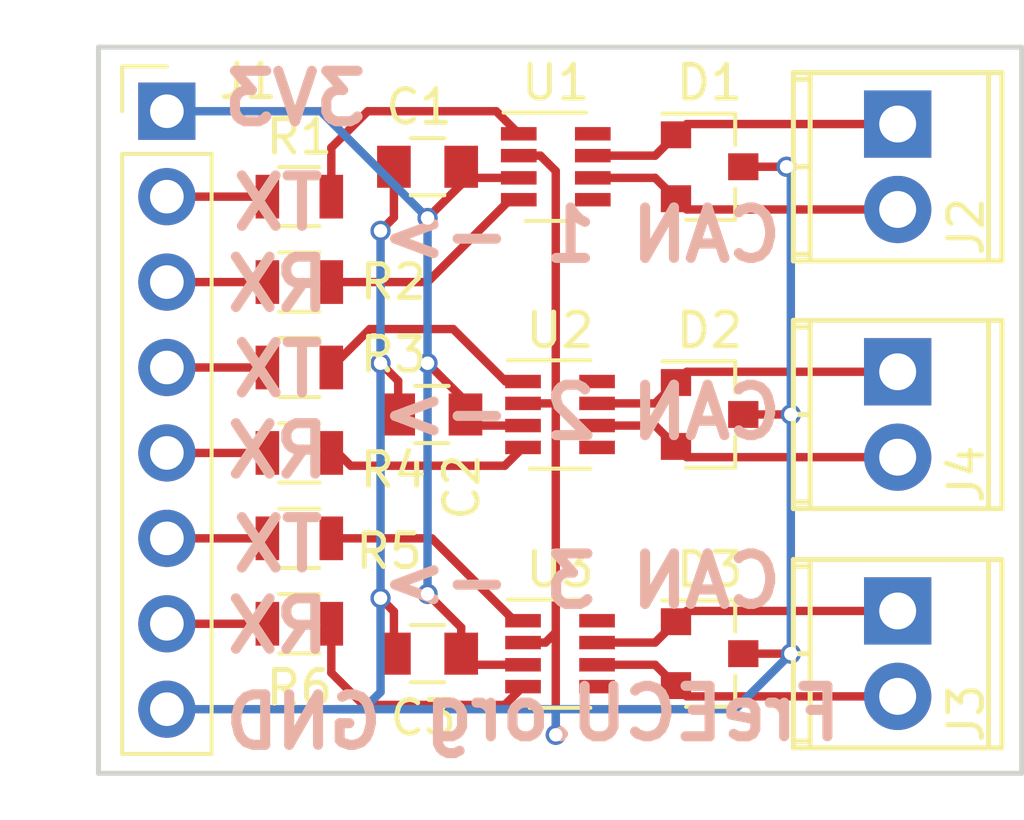
<source format=kicad_pcb>
(kicad_pcb (version 4) (host pcbnew 4.0.6)

  (general
    (links 39)
    (no_connects 0)
    (area 81.585999 91.872999 109.168001 113.613001)
    (thickness 1.6)
    (drawings 13)
    (tracks 103)
    (zones 0)
    (modules 19)
    (nets 21)
  )

  (page A4)
  (layers
    (0 F.Cu signal)
    (31 B.Cu signal)
    (32 B.Adhes user)
    (33 F.Adhes user)
    (34 B.Paste user)
    (35 F.Paste user)
    (36 B.SilkS user)
    (37 F.SilkS user)
    (38 B.Mask user)
    (39 F.Mask user)
    (40 Dwgs.User user)
    (41 Cmts.User user)
    (42 Eco1.User user)
    (43 Eco2.User user)
    (44 Edge.Cuts user)
    (45 Margin user)
    (46 B.CrtYd user)
    (47 F.CrtYd user)
    (48 B.Fab user)
    (49 F.Fab user)
  )

  (setup
    (last_trace_width 0.25)
    (trace_clearance 0.2)
    (zone_clearance 0.508)
    (zone_45_only no)
    (trace_min 0.2)
    (segment_width 0.2)
    (edge_width 0.15)
    (via_size 0.6)
    (via_drill 0.4)
    (via_min_size 0.4)
    (via_min_drill 0.3)
    (uvia_size 0.3)
    (uvia_drill 0.1)
    (uvias_allowed no)
    (uvia_min_size 0.2)
    (uvia_min_drill 0.1)
    (pcb_text_width 0.3)
    (pcb_text_size 1.5 1.5)
    (mod_edge_width 0.15)
    (mod_text_size 1 1)
    (mod_text_width 0.15)
    (pad_size 1.524 1.524)
    (pad_drill 0.762)
    (pad_to_mask_clearance 0.2)
    (aux_axis_origin 0 0)
    (visible_elements 7FFEFFFF)
    (pcbplotparams
      (layerselection 0x00030_80000001)
      (usegerberextensions false)
      (excludeedgelayer true)
      (linewidth 0.100000)
      (plotframeref false)
      (viasonmask false)
      (mode 1)
      (useauxorigin false)
      (hpglpennumber 1)
      (hpglpenspeed 20)
      (hpglpendiameter 15)
      (hpglpenoverlay 2)
      (psnegative false)
      (psa4output false)
      (plotreference true)
      (plotvalue true)
      (plotinvisibletext false)
      (padsonsilk false)
      (subtractmaskfromsilk false)
      (outputformat 1)
      (mirror false)
      (drillshape 1)
      (scaleselection 1)
      (outputdirectory ""))
  )

  (net 0 "")
  (net 1 +3V3)
  (net 2 GND)
  (net 3 "/CAN 1/CAN_H")
  (net 4 "/CAN 1/CAN_L")
  (net 5 "/CAN 2/CAN_H")
  (net 6 "/CAN 2/CAN_L")
  (net 7 "/CAN 3/CAN_H")
  (net 8 "/CAN 3/CAN_L")
  (net 9 "/CAN 1/TXD")
  (net 10 "/CAN 1/RXD")
  (net 11 "/CAN 2/TXD")
  (net 12 "/CAN 2/RXD")
  (net 13 "/CAN 3/TXD")
  (net 14 "/CAN 3/RXD")
  (net 15 "Net-(R1-Pad1)")
  (net 16 "Net-(R2-Pad1)")
  (net 17 "Net-(R3-Pad1)")
  (net 18 "Net-(R4-Pad1)")
  (net 19 "Net-(R5-Pad1)")
  (net 20 "Net-(R6-Pad1)")

  (net_class Default "This is the default net class."
    (clearance 0.2)
    (trace_width 0.25)
    (via_dia 0.6)
    (via_drill 0.4)
    (uvia_dia 0.3)
    (uvia_drill 0.1)
    (add_net +3V3)
    (add_net "/CAN 1/CAN_H")
    (add_net "/CAN 1/CAN_L")
    (add_net "/CAN 1/RXD")
    (add_net "/CAN 1/TXD")
    (add_net "/CAN 2/CAN_H")
    (add_net "/CAN 2/CAN_L")
    (add_net "/CAN 2/RXD")
    (add_net "/CAN 2/TXD")
    (add_net "/CAN 3/CAN_H")
    (add_net "/CAN 3/CAN_L")
    (add_net "/CAN 3/RXD")
    (add_net "/CAN 3/TXD")
    (add_net GND)
    (add_net "Net-(R1-Pad1)")
    (add_net "Net-(R2-Pad1)")
    (add_net "Net-(R3-Pad1)")
    (add_net "Net-(R4-Pad1)")
    (add_net "Net-(R5-Pad1)")
    (add_net "Net-(R6-Pad1)")
  )

  (module Capacitors_SMD:C_0805 (layer F.Cu) (tedit 5906AD23) (tstamp 5906A07E)
    (at 91.44 95.504 180)
    (descr "Capacitor SMD 0805, reflow soldering, AVX (see smccp.pdf)")
    (tags "capacitor 0805")
    (path /59069300/590699B0)
    (attr smd)
    (fp_text reference C1 (at 0.254 1.778 180) (layer F.SilkS)
      (effects (font (size 1 1) (thickness 0.15)))
    )
    (fp_text value 1uF (at 0 1.75 180) (layer F.Fab)
      (effects (font (size 1 1) (thickness 0.15)))
    )
    (fp_text user %R (at 0.254 1.778 180) (layer F.Fab)
      (effects (font (size 1 1) (thickness 0.15)))
    )
    (fp_line (start -1 0.62) (end -1 -0.62) (layer F.Fab) (width 0.1))
    (fp_line (start 1 0.62) (end -1 0.62) (layer F.Fab) (width 0.1))
    (fp_line (start 1 -0.62) (end 1 0.62) (layer F.Fab) (width 0.1))
    (fp_line (start -1 -0.62) (end 1 -0.62) (layer F.Fab) (width 0.1))
    (fp_line (start 0.5 -0.85) (end -0.5 -0.85) (layer F.SilkS) (width 0.12))
    (fp_line (start -0.5 0.85) (end 0.5 0.85) (layer F.SilkS) (width 0.12))
    (fp_line (start -1.75 -0.88) (end 1.75 -0.88) (layer F.CrtYd) (width 0.05))
    (fp_line (start -1.75 -0.88) (end -1.75 0.87) (layer F.CrtYd) (width 0.05))
    (fp_line (start 1.75 0.87) (end 1.75 -0.88) (layer F.CrtYd) (width 0.05))
    (fp_line (start 1.75 0.87) (end -1.75 0.87) (layer F.CrtYd) (width 0.05))
    (pad 1 smd rect (at -1 0 180) (size 1 1.25) (layers F.Cu F.Paste F.Mask)
      (net 1 +3V3))
    (pad 2 smd rect (at 1 0 180) (size 1 1.25) (layers F.Cu F.Paste F.Mask)
      (net 2 GND))
    (model Capacitors_SMD.3dshapes/C_0805.wrl
      (at (xyz 0 0 0))
      (scale (xyz 1 1 1))
      (rotate (xyz 0 0 0))
    )
  )

  (module Capacitors_SMD:C_0805 (layer F.Cu) (tedit 5906AD17) (tstamp 5906A08F)
    (at 91.567 102.87 180)
    (descr "Capacitor SMD 0805, reflow soldering, AVX (see smccp.pdf)")
    (tags "capacitor 0805")
    (path /5906A305/590699B0)
    (attr smd)
    (fp_text reference C2 (at -0.889 -2.159 270) (layer F.SilkS)
      (effects (font (size 1 1) (thickness 0.15)))
    )
    (fp_text value 1uF (at 0 1.75 180) (layer F.Fab)
      (effects (font (size 1 1) (thickness 0.15)))
    )
    (fp_text user %R (at -0.889 -2.159 270) (layer F.Fab)
      (effects (font (size 1 1) (thickness 0.15)))
    )
    (fp_line (start -1 0.62) (end -1 -0.62) (layer F.Fab) (width 0.1))
    (fp_line (start 1 0.62) (end -1 0.62) (layer F.Fab) (width 0.1))
    (fp_line (start 1 -0.62) (end 1 0.62) (layer F.Fab) (width 0.1))
    (fp_line (start -1 -0.62) (end 1 -0.62) (layer F.Fab) (width 0.1))
    (fp_line (start 0.5 -0.85) (end -0.5 -0.85) (layer F.SilkS) (width 0.12))
    (fp_line (start -0.5 0.85) (end 0.5 0.85) (layer F.SilkS) (width 0.12))
    (fp_line (start -1.75 -0.88) (end 1.75 -0.88) (layer F.CrtYd) (width 0.05))
    (fp_line (start -1.75 -0.88) (end -1.75 0.87) (layer F.CrtYd) (width 0.05))
    (fp_line (start 1.75 0.87) (end 1.75 -0.88) (layer F.CrtYd) (width 0.05))
    (fp_line (start 1.75 0.87) (end -1.75 0.87) (layer F.CrtYd) (width 0.05))
    (pad 1 smd rect (at -1 0 180) (size 1 1.25) (layers F.Cu F.Paste F.Mask)
      (net 1 +3V3))
    (pad 2 smd rect (at 1 0 180) (size 1 1.25) (layers F.Cu F.Paste F.Mask)
      (net 2 GND))
    (model Capacitors_SMD.3dshapes/C_0805.wrl
      (at (xyz 0 0 0))
      (scale (xyz 1 1 1))
      (rotate (xyz 0 0 0))
    )
  )

  (module Capacitors_SMD:C_0805 (layer F.Cu) (tedit 5906AD2E) (tstamp 5906A0A0)
    (at 91.44 109.982 180)
    (descr "Capacitor SMD 0805, reflow soldering, AVX (see smccp.pdf)")
    (tags "capacitor 0805")
    (path /5906A3CE/590699B0)
    (attr smd)
    (fp_text reference C3 (at 0.127 -1.905 180) (layer F.SilkS)
      (effects (font (size 1 1) (thickness 0.15)))
    )
    (fp_text value 1uF (at 0 1.75 180) (layer F.Fab)
      (effects (font (size 1 1) (thickness 0.15)))
    )
    (fp_text user %R (at 0.127 -1.905 180) (layer F.Fab)
      (effects (font (size 1 1) (thickness 0.15)))
    )
    (fp_line (start -1 0.62) (end -1 -0.62) (layer F.Fab) (width 0.1))
    (fp_line (start 1 0.62) (end -1 0.62) (layer F.Fab) (width 0.1))
    (fp_line (start 1 -0.62) (end 1 0.62) (layer F.Fab) (width 0.1))
    (fp_line (start -1 -0.62) (end 1 -0.62) (layer F.Fab) (width 0.1))
    (fp_line (start 0.5 -0.85) (end -0.5 -0.85) (layer F.SilkS) (width 0.12))
    (fp_line (start -0.5 0.85) (end 0.5 0.85) (layer F.SilkS) (width 0.12))
    (fp_line (start -1.75 -0.88) (end 1.75 -0.88) (layer F.CrtYd) (width 0.05))
    (fp_line (start -1.75 -0.88) (end -1.75 0.87) (layer F.CrtYd) (width 0.05))
    (fp_line (start 1.75 0.87) (end 1.75 -0.88) (layer F.CrtYd) (width 0.05))
    (fp_line (start 1.75 0.87) (end -1.75 0.87) (layer F.CrtYd) (width 0.05))
    (pad 1 smd rect (at -1 0 180) (size 1 1.25) (layers F.Cu F.Paste F.Mask)
      (net 1 +3V3))
    (pad 2 smd rect (at 1 0 180) (size 1 1.25) (layers F.Cu F.Paste F.Mask)
      (net 2 GND))
    (model Capacitors_SMD.3dshapes/C_0805.wrl
      (at (xyz 0 0 0))
      (scale (xyz 1 1 1))
      (rotate (xyz 0 0 0))
    )
  )

  (module TO_SOT_Packages_SMD:SOT-23 (layer F.Cu) (tedit 58CE4E7E) (tstamp 5906A0B5)
    (at 99.822 95.504)
    (descr "SOT-23, Standard")
    (tags SOT-23)
    (path /59069300/59069837)
    (attr smd)
    (fp_text reference D1 (at 0 -2.5) (layer F.SilkS)
      (effects (font (size 1 1) (thickness 0.15)))
    )
    (fp_text value PESD2CAN (at 0 2.5) (layer F.Fab)
      (effects (font (size 1 1) (thickness 0.15)))
    )
    (fp_text user %R (at 0 0) (layer F.Fab)
      (effects (font (size 0.5 0.5) (thickness 0.075)))
    )
    (fp_line (start -0.7 -0.95) (end -0.7 1.5) (layer F.Fab) (width 0.1))
    (fp_line (start -0.15 -1.52) (end 0.7 -1.52) (layer F.Fab) (width 0.1))
    (fp_line (start -0.7 -0.95) (end -0.15 -1.52) (layer F.Fab) (width 0.1))
    (fp_line (start 0.7 -1.52) (end 0.7 1.52) (layer F.Fab) (width 0.1))
    (fp_line (start -0.7 1.52) (end 0.7 1.52) (layer F.Fab) (width 0.1))
    (fp_line (start 0.76 1.58) (end 0.76 0.65) (layer F.SilkS) (width 0.12))
    (fp_line (start 0.76 -1.58) (end 0.76 -0.65) (layer F.SilkS) (width 0.12))
    (fp_line (start -1.7 -1.75) (end 1.7 -1.75) (layer F.CrtYd) (width 0.05))
    (fp_line (start 1.7 -1.75) (end 1.7 1.75) (layer F.CrtYd) (width 0.05))
    (fp_line (start 1.7 1.75) (end -1.7 1.75) (layer F.CrtYd) (width 0.05))
    (fp_line (start -1.7 1.75) (end -1.7 -1.75) (layer F.CrtYd) (width 0.05))
    (fp_line (start 0.76 -1.58) (end -1.4 -1.58) (layer F.SilkS) (width 0.12))
    (fp_line (start 0.76 1.58) (end -0.7 1.58) (layer F.SilkS) (width 0.12))
    (pad 1 smd rect (at -1 -0.95) (size 0.9 0.8) (layers F.Cu F.Paste F.Mask)
      (net 3 "/CAN 1/CAN_H"))
    (pad 2 smd rect (at -1 0.95) (size 0.9 0.8) (layers F.Cu F.Paste F.Mask)
      (net 4 "/CAN 1/CAN_L"))
    (pad 3 smd rect (at 1 0) (size 0.9 0.8) (layers F.Cu F.Paste F.Mask)
      (net 2 GND))
    (model ${KISYS3DMOD}/TO_SOT_Packages_SMD.3dshapes/SOT-23.wrl
      (at (xyz 0 0 0))
      (scale (xyz 1 1 1))
      (rotate (xyz 0 0 0))
    )
  )

  (module TO_SOT_Packages_SMD:SOT-23 (layer F.Cu) (tedit 58CE4E7E) (tstamp 5906A0CA)
    (at 99.822 102.87)
    (descr "SOT-23, Standard")
    (tags SOT-23)
    (path /5906A305/59069837)
    (attr smd)
    (fp_text reference D2 (at 0 -2.5) (layer F.SilkS)
      (effects (font (size 1 1) (thickness 0.15)))
    )
    (fp_text value PESD2CAN (at 0 2.5) (layer F.Fab)
      (effects (font (size 1 1) (thickness 0.15)))
    )
    (fp_text user %R (at 0 0) (layer F.Fab)
      (effects (font (size 0.5 0.5) (thickness 0.075)))
    )
    (fp_line (start -0.7 -0.95) (end -0.7 1.5) (layer F.Fab) (width 0.1))
    (fp_line (start -0.15 -1.52) (end 0.7 -1.52) (layer F.Fab) (width 0.1))
    (fp_line (start -0.7 -0.95) (end -0.15 -1.52) (layer F.Fab) (width 0.1))
    (fp_line (start 0.7 -1.52) (end 0.7 1.52) (layer F.Fab) (width 0.1))
    (fp_line (start -0.7 1.52) (end 0.7 1.52) (layer F.Fab) (width 0.1))
    (fp_line (start 0.76 1.58) (end 0.76 0.65) (layer F.SilkS) (width 0.12))
    (fp_line (start 0.76 -1.58) (end 0.76 -0.65) (layer F.SilkS) (width 0.12))
    (fp_line (start -1.7 -1.75) (end 1.7 -1.75) (layer F.CrtYd) (width 0.05))
    (fp_line (start 1.7 -1.75) (end 1.7 1.75) (layer F.CrtYd) (width 0.05))
    (fp_line (start 1.7 1.75) (end -1.7 1.75) (layer F.CrtYd) (width 0.05))
    (fp_line (start -1.7 1.75) (end -1.7 -1.75) (layer F.CrtYd) (width 0.05))
    (fp_line (start 0.76 -1.58) (end -1.4 -1.58) (layer F.SilkS) (width 0.12))
    (fp_line (start 0.76 1.58) (end -0.7 1.58) (layer F.SilkS) (width 0.12))
    (pad 1 smd rect (at -1 -0.95) (size 0.9 0.8) (layers F.Cu F.Paste F.Mask)
      (net 5 "/CAN 2/CAN_H"))
    (pad 2 smd rect (at -1 0.95) (size 0.9 0.8) (layers F.Cu F.Paste F.Mask)
      (net 6 "/CAN 2/CAN_L"))
    (pad 3 smd rect (at 1 0) (size 0.9 0.8) (layers F.Cu F.Paste F.Mask)
      (net 2 GND))
    (model ${KISYS3DMOD}/TO_SOT_Packages_SMD.3dshapes/SOT-23.wrl
      (at (xyz 0 0 0))
      (scale (xyz 1 1 1))
      (rotate (xyz 0 0 0))
    )
  )

  (module TO_SOT_Packages_SMD:SOT-23 (layer F.Cu) (tedit 58CE4E7E) (tstamp 5906A0DF)
    (at 99.822 109.982)
    (descr "SOT-23, Standard")
    (tags SOT-23)
    (path /5906A3CE/59069837)
    (attr smd)
    (fp_text reference D3 (at 0 -2.5) (layer F.SilkS)
      (effects (font (size 1 1) (thickness 0.15)))
    )
    (fp_text value PESD2CAN (at 0 2.5) (layer F.Fab)
      (effects (font (size 1 1) (thickness 0.15)))
    )
    (fp_text user %R (at 0 0) (layer F.Fab)
      (effects (font (size 0.5 0.5) (thickness 0.075)))
    )
    (fp_line (start -0.7 -0.95) (end -0.7 1.5) (layer F.Fab) (width 0.1))
    (fp_line (start -0.15 -1.52) (end 0.7 -1.52) (layer F.Fab) (width 0.1))
    (fp_line (start -0.7 -0.95) (end -0.15 -1.52) (layer F.Fab) (width 0.1))
    (fp_line (start 0.7 -1.52) (end 0.7 1.52) (layer F.Fab) (width 0.1))
    (fp_line (start -0.7 1.52) (end 0.7 1.52) (layer F.Fab) (width 0.1))
    (fp_line (start 0.76 1.58) (end 0.76 0.65) (layer F.SilkS) (width 0.12))
    (fp_line (start 0.76 -1.58) (end 0.76 -0.65) (layer F.SilkS) (width 0.12))
    (fp_line (start -1.7 -1.75) (end 1.7 -1.75) (layer F.CrtYd) (width 0.05))
    (fp_line (start 1.7 -1.75) (end 1.7 1.75) (layer F.CrtYd) (width 0.05))
    (fp_line (start 1.7 1.75) (end -1.7 1.75) (layer F.CrtYd) (width 0.05))
    (fp_line (start -1.7 1.75) (end -1.7 -1.75) (layer F.CrtYd) (width 0.05))
    (fp_line (start 0.76 -1.58) (end -1.4 -1.58) (layer F.SilkS) (width 0.12))
    (fp_line (start 0.76 1.58) (end -0.7 1.58) (layer F.SilkS) (width 0.12))
    (pad 1 smd rect (at -1 -0.95) (size 0.9 0.8) (layers F.Cu F.Paste F.Mask)
      (net 7 "/CAN 3/CAN_H"))
    (pad 2 smd rect (at -1 0.95) (size 0.9 0.8) (layers F.Cu F.Paste F.Mask)
      (net 8 "/CAN 3/CAN_L"))
    (pad 3 smd rect (at 1 0) (size 0.9 0.8) (layers F.Cu F.Paste F.Mask)
      (net 2 GND))
    (model ${KISYS3DMOD}/TO_SOT_Packages_SMD.3dshapes/SOT-23.wrl
      (at (xyz 0 0 0))
      (scale (xyz 1 1 1))
      (rotate (xyz 0 0 0))
    )
  )

  (module Pin_Headers:Pin_Header_Straight_1x08_Pitch2.54mm (layer F.Cu) (tedit 5906B1CD) (tstamp 5906A0FA)
    (at 83.693 93.853)
    (descr "Through hole straight pin header, 1x08, 2.54mm pitch, single row")
    (tags "Through hole pin header THT 1x08 2.54mm single row")
    (path /5906FCA3)
    (fp_text reference J1 (at 2.413 -0.889) (layer F.SilkS)
      (effects (font (size 1 1) (thickness 0.15)))
    )
    (fp_text value CONN_01X08 (at 0 20.11) (layer F.Fab)
      (effects (font (size 1 1) (thickness 0.15)))
    )
    (fp_line (start -1.27 -1.27) (end -1.27 19.05) (layer F.Fab) (width 0.1))
    (fp_line (start -1.27 19.05) (end 1.27 19.05) (layer F.Fab) (width 0.1))
    (fp_line (start 1.27 19.05) (end 1.27 -1.27) (layer F.Fab) (width 0.1))
    (fp_line (start 1.27 -1.27) (end -1.27 -1.27) (layer F.Fab) (width 0.1))
    (fp_line (start -1.33 1.27) (end -1.33 19.11) (layer F.SilkS) (width 0.12))
    (fp_line (start -1.33 19.11) (end 1.33 19.11) (layer F.SilkS) (width 0.12))
    (fp_line (start 1.33 19.11) (end 1.33 1.27) (layer F.SilkS) (width 0.12))
    (fp_line (start 1.33 1.27) (end -1.33 1.27) (layer F.SilkS) (width 0.12))
    (fp_line (start -1.33 0) (end -1.33 -1.33) (layer F.SilkS) (width 0.12))
    (fp_line (start -1.33 -1.33) (end 0 -1.33) (layer F.SilkS) (width 0.12))
    (fp_line (start -1.8 -1.8) (end -1.8 19.55) (layer F.CrtYd) (width 0.05))
    (fp_line (start -1.8 19.55) (end 1.8 19.55) (layer F.CrtYd) (width 0.05))
    (fp_line (start 1.8 19.55) (end 1.8 -1.8) (layer F.CrtYd) (width 0.05))
    (fp_line (start 1.8 -1.8) (end -1.8 -1.8) (layer F.CrtYd) (width 0.05))
    (fp_text user %R (at 0 -2.33) (layer F.Fab)
      (effects (font (size 1 1) (thickness 0.15)))
    )
    (pad 1 thru_hole rect (at 0 0) (size 1.7 1.7) (drill 1) (layers *.Cu *.Mask)
      (net 1 +3V3))
    (pad 2 thru_hole oval (at 0 2.54) (size 1.7 1.7) (drill 1) (layers *.Cu *.Mask)
      (net 9 "/CAN 1/TXD"))
    (pad 3 thru_hole oval (at 0 5.08) (size 1.7 1.7) (drill 1) (layers *.Cu *.Mask)
      (net 10 "/CAN 1/RXD"))
    (pad 4 thru_hole oval (at 0 7.62) (size 1.7 1.7) (drill 1) (layers *.Cu *.Mask)
      (net 11 "/CAN 2/TXD"))
    (pad 5 thru_hole oval (at 0 10.16) (size 1.7 1.7) (drill 1) (layers *.Cu *.Mask)
      (net 12 "/CAN 2/RXD"))
    (pad 6 thru_hole oval (at 0 12.7) (size 1.7 1.7) (drill 1) (layers *.Cu *.Mask)
      (net 13 "/CAN 3/TXD"))
    (pad 7 thru_hole oval (at 0 15.24) (size 1.7 1.7) (drill 1) (layers *.Cu *.Mask)
      (net 14 "/CAN 3/RXD"))
    (pad 8 thru_hole oval (at 0 17.78) (size 1.7 1.7) (drill 1) (layers *.Cu *.Mask)
      (net 2 GND))
    (model ${KISYS3DMOD}/Pin_Headers.3dshapes/Pin_Header_Straight_1x08_Pitch2.54mm.wrl
      (at (xyz 0 -0.35 0))
      (scale (xyz 1 1 1))
      (rotate (xyz 0 0 90))
    )
  )

  (module Terminal_Blocks:TerminalBlock_Pheonix_MPT-2.54mm_2pol (layer F.Cu) (tedit 5906AB6D) (tstamp 5906A10D)
    (at 105.41 94.234 270)
    (descr "2-way 2.54mm pitch terminal block, Phoenix MPT series")
    (path /5906C69B)
    (fp_text reference J2 (at 3.048 -2.032 270) (layer F.SilkS)
      (effects (font (size 1 1) (thickness 0.15)))
    )
    (fp_text value CONN_01X02 (at 1.27 4.50088 270) (layer F.Fab)
      (effects (font (size 1 1) (thickness 0.15)))
    )
    (fp_line (start -1.7 -3.3) (end 4.3 -3.3) (layer F.CrtYd) (width 0.05))
    (fp_line (start -1.7 3.3) (end -1.7 -3.3) (layer F.CrtYd) (width 0.05))
    (fp_line (start 4.3 3.3) (end -1.7 3.3) (layer F.CrtYd) (width 0.05))
    (fp_line (start 4.3 -3.3) (end 4.3 3.3) (layer F.CrtYd) (width 0.05))
    (fp_line (start 4.06908 2.60096) (end -1.52908 2.60096) (layer F.SilkS) (width 0.15))
    (fp_line (start -1.33096 3.0988) (end -1.33096 2.60096) (layer F.SilkS) (width 0.15))
    (fp_line (start 3.87096 2.60096) (end 3.87096 3.0988) (layer F.SilkS) (width 0.15))
    (fp_line (start 1.27 3.0988) (end 1.27 2.60096) (layer F.SilkS) (width 0.15))
    (fp_line (start -1.52908 -2.70002) (end 4.06908 -2.70002) (layer F.SilkS) (width 0.15))
    (fp_line (start -1.52908 3.0988) (end 4.06908 3.0988) (layer F.SilkS) (width 0.15))
    (fp_line (start 4.06908 3.0988) (end 4.06908 -3.0988) (layer F.SilkS) (width 0.15))
    (fp_line (start 4.06908 -3.0988) (end -1.52908 -3.0988) (layer F.SilkS) (width 0.15))
    (fp_line (start -1.52908 -3.0988) (end -1.52908 3.0988) (layer F.SilkS) (width 0.15))
    (pad 2 thru_hole oval (at 2.54 0 270) (size 1.99898 1.99898) (drill 1.09728) (layers *.Cu *.Mask)
      (net 4 "/CAN 1/CAN_L"))
    (pad 1 thru_hole rect (at 0 0 270) (size 1.99898 1.99898) (drill 1.09728) (layers *.Cu *.Mask)
      (net 3 "/CAN 1/CAN_H"))
    (model Terminal_Blocks.3dshapes/TerminalBlock_Pheonix_MPT-2.54mm_2pol.wrl
      (at (xyz 0.05 0 0))
      (scale (xyz 1 1 1))
      (rotate (xyz 0 0 0))
    )
  )

  (module Terminal_Blocks:TerminalBlock_Pheonix_MPT-2.54mm_2pol (layer F.Cu) (tedit 5906AB60) (tstamp 5906A120)
    (at 105.41 108.712 270)
    (descr "2-way 2.54mm pitch terminal block, Phoenix MPT series")
    (path /5906C9EB)
    (fp_text reference J3 (at 3.048 -2.032 270) (layer F.SilkS)
      (effects (font (size 1 1) (thickness 0.15)))
    )
    (fp_text value CONN_01X02 (at 1.27 4.50088 270) (layer F.Fab)
      (effects (font (size 1 1) (thickness 0.15)))
    )
    (fp_line (start -1.7 -3.3) (end 4.3 -3.3) (layer F.CrtYd) (width 0.05))
    (fp_line (start -1.7 3.3) (end -1.7 -3.3) (layer F.CrtYd) (width 0.05))
    (fp_line (start 4.3 3.3) (end -1.7 3.3) (layer F.CrtYd) (width 0.05))
    (fp_line (start 4.3 -3.3) (end 4.3 3.3) (layer F.CrtYd) (width 0.05))
    (fp_line (start 4.06908 2.60096) (end -1.52908 2.60096) (layer F.SilkS) (width 0.15))
    (fp_line (start -1.33096 3.0988) (end -1.33096 2.60096) (layer F.SilkS) (width 0.15))
    (fp_line (start 3.87096 2.60096) (end 3.87096 3.0988) (layer F.SilkS) (width 0.15))
    (fp_line (start 1.27 3.0988) (end 1.27 2.60096) (layer F.SilkS) (width 0.15))
    (fp_line (start -1.52908 -2.70002) (end 4.06908 -2.70002) (layer F.SilkS) (width 0.15))
    (fp_line (start -1.52908 3.0988) (end 4.06908 3.0988) (layer F.SilkS) (width 0.15))
    (fp_line (start 4.06908 3.0988) (end 4.06908 -3.0988) (layer F.SilkS) (width 0.15))
    (fp_line (start 4.06908 -3.0988) (end -1.52908 -3.0988) (layer F.SilkS) (width 0.15))
    (fp_line (start -1.52908 -3.0988) (end -1.52908 3.0988) (layer F.SilkS) (width 0.15))
    (pad 2 thru_hole oval (at 2.54 0 270) (size 1.99898 1.99898) (drill 1.09728) (layers *.Cu *.Mask)
      (net 8 "/CAN 3/CAN_L"))
    (pad 1 thru_hole rect (at 0 0 270) (size 1.99898 1.99898) (drill 1.09728) (layers *.Cu *.Mask)
      (net 7 "/CAN 3/CAN_H"))
    (model Terminal_Blocks.3dshapes/TerminalBlock_Pheonix_MPT-2.54mm_2pol.wrl
      (at (xyz 0.05 0 0))
      (scale (xyz 1 1 1))
      (rotate (xyz 0 0 0))
    )
  )

  (module Terminal_Blocks:TerminalBlock_Pheonix_MPT-2.54mm_2pol (layer F.Cu) (tedit 5906AB65) (tstamp 5906A133)
    (at 105.41 101.6 270)
    (descr "2-way 2.54mm pitch terminal block, Phoenix MPT series")
    (path /5906C914)
    (fp_text reference J4 (at 3.048 -2.032 270) (layer F.SilkS)
      (effects (font (size 1 1) (thickness 0.15)))
    )
    (fp_text value CONN_01X02 (at 1.27 4.50088 270) (layer F.Fab)
      (effects (font (size 1 1) (thickness 0.15)))
    )
    (fp_line (start -1.7 -3.3) (end 4.3 -3.3) (layer F.CrtYd) (width 0.05))
    (fp_line (start -1.7 3.3) (end -1.7 -3.3) (layer F.CrtYd) (width 0.05))
    (fp_line (start 4.3 3.3) (end -1.7 3.3) (layer F.CrtYd) (width 0.05))
    (fp_line (start 4.3 -3.3) (end 4.3 3.3) (layer F.CrtYd) (width 0.05))
    (fp_line (start 4.06908 2.60096) (end -1.52908 2.60096) (layer F.SilkS) (width 0.15))
    (fp_line (start -1.33096 3.0988) (end -1.33096 2.60096) (layer F.SilkS) (width 0.15))
    (fp_line (start 3.87096 2.60096) (end 3.87096 3.0988) (layer F.SilkS) (width 0.15))
    (fp_line (start 1.27 3.0988) (end 1.27 2.60096) (layer F.SilkS) (width 0.15))
    (fp_line (start -1.52908 -2.70002) (end 4.06908 -2.70002) (layer F.SilkS) (width 0.15))
    (fp_line (start -1.52908 3.0988) (end 4.06908 3.0988) (layer F.SilkS) (width 0.15))
    (fp_line (start 4.06908 3.0988) (end 4.06908 -3.0988) (layer F.SilkS) (width 0.15))
    (fp_line (start 4.06908 -3.0988) (end -1.52908 -3.0988) (layer F.SilkS) (width 0.15))
    (fp_line (start -1.52908 -3.0988) (end -1.52908 3.0988) (layer F.SilkS) (width 0.15))
    (pad 2 thru_hole oval (at 2.54 0 270) (size 1.99898 1.99898) (drill 1.09728) (layers *.Cu *.Mask)
      (net 6 "/CAN 2/CAN_L"))
    (pad 1 thru_hole rect (at 0 0 270) (size 1.99898 1.99898) (drill 1.09728) (layers *.Cu *.Mask)
      (net 5 "/CAN 2/CAN_H"))
    (model Terminal_Blocks.3dshapes/TerminalBlock_Pheonix_MPT-2.54mm_2pol.wrl
      (at (xyz 0.05 0 0))
      (scale (xyz 1 1 1))
      (rotate (xyz 0 0 0))
    )
  )

  (module Resistors_SMD:R_0805 (layer F.Cu) (tedit 5906AD05) (tstamp 5906A144)
    (at 87.63 96.393 180)
    (descr "Resistor SMD 0805, reflow soldering, Vishay (see dcrcw.pdf)")
    (tags "resistor 0805")
    (path /59069300/5906949F)
    (attr smd)
    (fp_text reference R1 (at 0 1.778 180) (layer F.SilkS)
      (effects (font (size 1 1) (thickness 0.15)))
    )
    (fp_text value 0R (at 0 1.75 180) (layer F.Fab)
      (effects (font (size 1 1) (thickness 0.15)))
    )
    (fp_text user %R (at 0 0 180) (layer F.Fab)
      (effects (font (size 0.5 0.5) (thickness 0.075)))
    )
    (fp_line (start -1 0.62) (end -1 -0.62) (layer F.Fab) (width 0.1))
    (fp_line (start 1 0.62) (end -1 0.62) (layer F.Fab) (width 0.1))
    (fp_line (start 1 -0.62) (end 1 0.62) (layer F.Fab) (width 0.1))
    (fp_line (start -1 -0.62) (end 1 -0.62) (layer F.Fab) (width 0.1))
    (fp_line (start 0.6 0.88) (end -0.6 0.88) (layer F.SilkS) (width 0.12))
    (fp_line (start -0.6 -0.88) (end 0.6 -0.88) (layer F.SilkS) (width 0.12))
    (fp_line (start -1.55 -0.9) (end 1.55 -0.9) (layer F.CrtYd) (width 0.05))
    (fp_line (start -1.55 -0.9) (end -1.55 0.9) (layer F.CrtYd) (width 0.05))
    (fp_line (start 1.55 0.9) (end 1.55 -0.9) (layer F.CrtYd) (width 0.05))
    (fp_line (start 1.55 0.9) (end -1.55 0.9) (layer F.CrtYd) (width 0.05))
    (pad 1 smd rect (at -0.95 0 180) (size 0.7 1.3) (layers F.Cu F.Paste F.Mask)
      (net 15 "Net-(R1-Pad1)"))
    (pad 2 smd rect (at 0.95 0 180) (size 0.7 1.3) (layers F.Cu F.Paste F.Mask)
      (net 9 "/CAN 1/TXD"))
    (model ${KISYS3DMOD}/Resistors_SMD.3dshapes/R_0805.wrl
      (at (xyz 0 0 0))
      (scale (xyz 1 1 1))
      (rotate (xyz 0 0 0))
    )
  )

  (module Resistors_SMD:R_0805 (layer F.Cu) (tedit 5906A8B9) (tstamp 5906A155)
    (at 87.63 98.933 180)
    (descr "Resistor SMD 0805, reflow soldering, Vishay (see dcrcw.pdf)")
    (tags "resistor 0805")
    (path /59069300/590694F8)
    (attr smd)
    (fp_text reference R2 (at -2.794 0 180) (layer F.SilkS)
      (effects (font (size 1 1) (thickness 0.15)))
    )
    (fp_text value 0R (at 0 1.75 180) (layer F.Fab)
      (effects (font (size 1 1) (thickness 0.15)))
    )
    (fp_text user %R (at 0 0 180) (layer F.Fab)
      (effects (font (size 0.5 0.5) (thickness 0.075)))
    )
    (fp_line (start -1 0.62) (end -1 -0.62) (layer F.Fab) (width 0.1))
    (fp_line (start 1 0.62) (end -1 0.62) (layer F.Fab) (width 0.1))
    (fp_line (start 1 -0.62) (end 1 0.62) (layer F.Fab) (width 0.1))
    (fp_line (start -1 -0.62) (end 1 -0.62) (layer F.Fab) (width 0.1))
    (fp_line (start 0.6 0.88) (end -0.6 0.88) (layer F.SilkS) (width 0.12))
    (fp_line (start -0.6 -0.88) (end 0.6 -0.88) (layer F.SilkS) (width 0.12))
    (fp_line (start -1.55 -0.9) (end 1.55 -0.9) (layer F.CrtYd) (width 0.05))
    (fp_line (start -1.55 -0.9) (end -1.55 0.9) (layer F.CrtYd) (width 0.05))
    (fp_line (start 1.55 0.9) (end 1.55 -0.9) (layer F.CrtYd) (width 0.05))
    (fp_line (start 1.55 0.9) (end -1.55 0.9) (layer F.CrtYd) (width 0.05))
    (pad 1 smd rect (at -0.95 0 180) (size 0.7 1.3) (layers F.Cu F.Paste F.Mask)
      (net 16 "Net-(R2-Pad1)"))
    (pad 2 smd rect (at 0.95 0 180) (size 0.7 1.3) (layers F.Cu F.Paste F.Mask)
      (net 10 "/CAN 1/RXD"))
    (model ${KISYS3DMOD}/Resistors_SMD.3dshapes/R_0805.wrl
      (at (xyz 0 0 0))
      (scale (xyz 1 1 1))
      (rotate (xyz 0 0 0))
    )
  )

  (module Resistors_SMD:R_0805 (layer F.Cu) (tedit 5906ACFF) (tstamp 5906A166)
    (at 87.63 101.473 180)
    (descr "Resistor SMD 0805, reflow soldering, Vishay (see dcrcw.pdf)")
    (tags "resistor 0805")
    (path /5906A305/5906949F)
    (attr smd)
    (fp_text reference R3 (at -2.794 0.381 180) (layer F.SilkS)
      (effects (font (size 1 1) (thickness 0.15)))
    )
    (fp_text value 0R (at 0 1.75 180) (layer F.Fab)
      (effects (font (size 1 1) (thickness 0.15)))
    )
    (fp_text user %R (at 0 0 180) (layer F.Fab)
      (effects (font (size 0.5 0.5) (thickness 0.075)))
    )
    (fp_line (start -1 0.62) (end -1 -0.62) (layer F.Fab) (width 0.1))
    (fp_line (start 1 0.62) (end -1 0.62) (layer F.Fab) (width 0.1))
    (fp_line (start 1 -0.62) (end 1 0.62) (layer F.Fab) (width 0.1))
    (fp_line (start -1 -0.62) (end 1 -0.62) (layer F.Fab) (width 0.1))
    (fp_line (start 0.6 0.88) (end -0.6 0.88) (layer F.SilkS) (width 0.12))
    (fp_line (start -0.6 -0.88) (end 0.6 -0.88) (layer F.SilkS) (width 0.12))
    (fp_line (start -1.55 -0.9) (end 1.55 -0.9) (layer F.CrtYd) (width 0.05))
    (fp_line (start -1.55 -0.9) (end -1.55 0.9) (layer F.CrtYd) (width 0.05))
    (fp_line (start 1.55 0.9) (end 1.55 -0.9) (layer F.CrtYd) (width 0.05))
    (fp_line (start 1.55 0.9) (end -1.55 0.9) (layer F.CrtYd) (width 0.05))
    (pad 1 smd rect (at -0.95 0 180) (size 0.7 1.3) (layers F.Cu F.Paste F.Mask)
      (net 17 "Net-(R3-Pad1)"))
    (pad 2 smd rect (at 0.95 0 180) (size 0.7 1.3) (layers F.Cu F.Paste F.Mask)
      (net 11 "/CAN 2/TXD"))
    (model ${KISYS3DMOD}/Resistors_SMD.3dshapes/R_0805.wrl
      (at (xyz 0 0 0))
      (scale (xyz 1 1 1))
      (rotate (xyz 0 0 0))
    )
  )

  (module Resistors_SMD:R_0805 (layer F.Cu) (tedit 5906ACF9) (tstamp 5906A177)
    (at 87.63 104.013 180)
    (descr "Resistor SMD 0805, reflow soldering, Vishay (see dcrcw.pdf)")
    (tags "resistor 0805")
    (path /5906A305/590694F8)
    (attr smd)
    (fp_text reference R4 (at -2.794 -0.508 180) (layer F.SilkS)
      (effects (font (size 1 1) (thickness 0.15)))
    )
    (fp_text value 0R (at 0 1.75 180) (layer F.Fab)
      (effects (font (size 1 1) (thickness 0.15)))
    )
    (fp_text user %R (at 0 0 180) (layer F.Fab)
      (effects (font (size 0.5 0.5) (thickness 0.075)))
    )
    (fp_line (start -1 0.62) (end -1 -0.62) (layer F.Fab) (width 0.1))
    (fp_line (start 1 0.62) (end -1 0.62) (layer F.Fab) (width 0.1))
    (fp_line (start 1 -0.62) (end 1 0.62) (layer F.Fab) (width 0.1))
    (fp_line (start -1 -0.62) (end 1 -0.62) (layer F.Fab) (width 0.1))
    (fp_line (start 0.6 0.88) (end -0.6 0.88) (layer F.SilkS) (width 0.12))
    (fp_line (start -0.6 -0.88) (end 0.6 -0.88) (layer F.SilkS) (width 0.12))
    (fp_line (start -1.55 -0.9) (end 1.55 -0.9) (layer F.CrtYd) (width 0.05))
    (fp_line (start -1.55 -0.9) (end -1.55 0.9) (layer F.CrtYd) (width 0.05))
    (fp_line (start 1.55 0.9) (end 1.55 -0.9) (layer F.CrtYd) (width 0.05))
    (fp_line (start 1.55 0.9) (end -1.55 0.9) (layer F.CrtYd) (width 0.05))
    (pad 1 smd rect (at -0.95 0 180) (size 0.7 1.3) (layers F.Cu F.Paste F.Mask)
      (net 18 "Net-(R4-Pad1)"))
    (pad 2 smd rect (at 0.95 0 180) (size 0.7 1.3) (layers F.Cu F.Paste F.Mask)
      (net 12 "/CAN 2/RXD"))
    (model ${KISYS3DMOD}/Resistors_SMD.3dshapes/R_0805.wrl
      (at (xyz 0 0 0))
      (scale (xyz 1 1 1))
      (rotate (xyz 0 0 0))
    )
  )

  (module Resistors_SMD:R_0805 (layer F.Cu) (tedit 5906ACF4) (tstamp 5906A188)
    (at 87.63 106.553 180)
    (descr "Resistor SMD 0805, reflow soldering, Vishay (see dcrcw.pdf)")
    (tags "resistor 0805")
    (path /5906A3CE/5906949F)
    (attr smd)
    (fp_text reference R5 (at -2.667 -0.381 180) (layer F.SilkS)
      (effects (font (size 1 1) (thickness 0.15)))
    )
    (fp_text value 0R (at 0 1.75 180) (layer F.Fab)
      (effects (font (size 1 1) (thickness 0.15)))
    )
    (fp_text user %R (at 0 0 180) (layer F.Fab)
      (effects (font (size 0.5 0.5) (thickness 0.075)))
    )
    (fp_line (start -1 0.62) (end -1 -0.62) (layer F.Fab) (width 0.1))
    (fp_line (start 1 0.62) (end -1 0.62) (layer F.Fab) (width 0.1))
    (fp_line (start 1 -0.62) (end 1 0.62) (layer F.Fab) (width 0.1))
    (fp_line (start -1 -0.62) (end 1 -0.62) (layer F.Fab) (width 0.1))
    (fp_line (start 0.6 0.88) (end -0.6 0.88) (layer F.SilkS) (width 0.12))
    (fp_line (start -0.6 -0.88) (end 0.6 -0.88) (layer F.SilkS) (width 0.12))
    (fp_line (start -1.55 -0.9) (end 1.55 -0.9) (layer F.CrtYd) (width 0.05))
    (fp_line (start -1.55 -0.9) (end -1.55 0.9) (layer F.CrtYd) (width 0.05))
    (fp_line (start 1.55 0.9) (end 1.55 -0.9) (layer F.CrtYd) (width 0.05))
    (fp_line (start 1.55 0.9) (end -1.55 0.9) (layer F.CrtYd) (width 0.05))
    (pad 1 smd rect (at -0.95 0 180) (size 0.7 1.3) (layers F.Cu F.Paste F.Mask)
      (net 19 "Net-(R5-Pad1)"))
    (pad 2 smd rect (at 0.95 0 180) (size 0.7 1.3) (layers F.Cu F.Paste F.Mask)
      (net 13 "/CAN 3/TXD"))
    (model ${KISYS3DMOD}/Resistors_SMD.3dshapes/R_0805.wrl
      (at (xyz 0 0 0))
      (scale (xyz 1 1 1))
      (rotate (xyz 0 0 0))
    )
  )

  (module Resistors_SMD:R_0805 (layer F.Cu) (tedit 5906ACEB) (tstamp 5906A199)
    (at 87.63 109.093 180)
    (descr "Resistor SMD 0805, reflow soldering, Vishay (see dcrcw.pdf)")
    (tags "resistor 0805")
    (path /5906A3CE/590694F8)
    (attr smd)
    (fp_text reference R6 (at 0 -1.905 180) (layer F.SilkS)
      (effects (font (size 1 1) (thickness 0.15)))
    )
    (fp_text value 0R (at 0 1.75 180) (layer F.Fab)
      (effects (font (size 1 1) (thickness 0.15)))
    )
    (fp_text user %R (at 0 0 180) (layer F.Fab)
      (effects (font (size 0.5 0.5) (thickness 0.075)))
    )
    (fp_line (start -1 0.62) (end -1 -0.62) (layer F.Fab) (width 0.1))
    (fp_line (start 1 0.62) (end -1 0.62) (layer F.Fab) (width 0.1))
    (fp_line (start 1 -0.62) (end 1 0.62) (layer F.Fab) (width 0.1))
    (fp_line (start -1 -0.62) (end 1 -0.62) (layer F.Fab) (width 0.1))
    (fp_line (start 0.6 0.88) (end -0.6 0.88) (layer F.SilkS) (width 0.12))
    (fp_line (start -0.6 -0.88) (end 0.6 -0.88) (layer F.SilkS) (width 0.12))
    (fp_line (start -1.55 -0.9) (end 1.55 -0.9) (layer F.CrtYd) (width 0.05))
    (fp_line (start -1.55 -0.9) (end -1.55 0.9) (layer F.CrtYd) (width 0.05))
    (fp_line (start 1.55 0.9) (end 1.55 -0.9) (layer F.CrtYd) (width 0.05))
    (fp_line (start 1.55 0.9) (end -1.55 0.9) (layer F.CrtYd) (width 0.05))
    (pad 1 smd rect (at -0.95 0 180) (size 0.7 1.3) (layers F.Cu F.Paste F.Mask)
      (net 20 "Net-(R6-Pad1)"))
    (pad 2 smd rect (at 0.95 0 180) (size 0.7 1.3) (layers F.Cu F.Paste F.Mask)
      (net 14 "/CAN 3/RXD"))
    (model ${KISYS3DMOD}/Resistors_SMD.3dshapes/R_0805.wrl
      (at (xyz 0 0 0))
      (scale (xyz 1 1 1))
      (rotate (xyz 0 0 0))
    )
  )

  (module TO_SOT_Packages_SMD:SOT-23-8 (layer F.Cu) (tedit 58CE4E7E) (tstamp 5906A1B1)
    (at 95.25 95.504)
    (descr "8-pin SOT-23 package, http://www.analog.com/media/en/package-pcb-resources/package/pkg_pdf/sot-23rj/rj_8.pdf")
    (tags SOT-23-8)
    (path /59069300/5906938C)
    (attr smd)
    (fp_text reference U1 (at 0 -2.5) (layer F.SilkS)
      (effects (font (size 1 1) (thickness 0.15)))
    )
    (fp_text value TCAN33x (at 0 2.5) (layer F.Fab)
      (effects (font (size 1 1) (thickness 0.15)))
    )
    (fp_text user %R (at 0 0) (layer F.Fab)
      (effects (font (size 0.5 0.5) (thickness 0.075)))
    )
    (fp_line (start -0.9 1.61) (end 0.9 1.61) (layer F.SilkS) (width 0.12))
    (fp_line (start 0.9 -1.61) (end -1.55 -1.61) (layer F.SilkS) (width 0.12))
    (fp_line (start 1.9 -1.8) (end -1.9 -1.8) (layer F.CrtYd) (width 0.05))
    (fp_line (start 1.9 1.8) (end 1.9 -1.8) (layer F.CrtYd) (width 0.05))
    (fp_line (start -1.9 1.8) (end 1.9 1.8) (layer F.CrtYd) (width 0.05))
    (fp_line (start -1.9 -1.8) (end -1.9 1.8) (layer F.CrtYd) (width 0.05))
    (fp_line (start -0.9 -0.9) (end -0.25 -1.55) (layer F.Fab) (width 0.1))
    (fp_line (start 0.9 -1.55) (end -0.25 -1.55) (layer F.Fab) (width 0.1))
    (fp_line (start -0.9 -0.9) (end -0.9 1.55) (layer F.Fab) (width 0.1))
    (fp_line (start 0.9 1.55) (end -0.9 1.55) (layer F.Fab) (width 0.1))
    (fp_line (start 0.9 -1.55) (end 0.9 1.55) (layer F.Fab) (width 0.1))
    (pad 1 smd rect (at -1.1 -0.98) (size 1.06 0.4) (layers F.Cu F.Paste F.Mask)
      (net 15 "Net-(R1-Pad1)"))
    (pad 2 smd rect (at -1.1 -0.33) (size 1.06 0.4) (layers F.Cu F.Paste F.Mask)
      (net 2 GND))
    (pad 3 smd rect (at -1.1 0.33) (size 1.06 0.4) (layers F.Cu F.Paste F.Mask)
      (net 1 +3V3))
    (pad 4 smd rect (at -1.1 0.98) (size 1.06 0.4) (layers F.Cu F.Paste F.Mask)
      (net 16 "Net-(R2-Pad1)"))
    (pad 5 smd rect (at 1.1 0.98) (size 1.06 0.4) (layers F.Cu F.Paste F.Mask))
    (pad 6 smd rect (at 1.1 0.33) (size 1.06 0.4) (layers F.Cu F.Paste F.Mask)
      (net 4 "/CAN 1/CAN_L"))
    (pad 7 smd rect (at 1.1 -0.33) (size 1.06 0.4) (layers F.Cu F.Paste F.Mask)
      (net 3 "/CAN 1/CAN_H"))
    (pad 8 smd rect (at 1.1 -0.98) (size 1.06 0.4) (layers F.Cu F.Paste F.Mask))
    (model ${KISYS3DMOD}/TO_SOT_Packages_SMD.3dshapes/SOT-23-8.wrl
      (at (xyz 0 0 0))
      (scale (xyz 1 1 1))
      (rotate (xyz 0 0 0))
    )
  )

  (module TO_SOT_Packages_SMD:SOT-23-8 (layer F.Cu) (tedit 58CE4E7E) (tstamp 5906A1C9)
    (at 95.377 102.87)
    (descr "8-pin SOT-23 package, http://www.analog.com/media/en/package-pcb-resources/package/pkg_pdf/sot-23rj/rj_8.pdf")
    (tags SOT-23-8)
    (path /5906A305/5906938C)
    (attr smd)
    (fp_text reference U2 (at 0 -2.5) (layer F.SilkS)
      (effects (font (size 1 1) (thickness 0.15)))
    )
    (fp_text value TCAN33x (at 0 2.5) (layer F.Fab)
      (effects (font (size 1 1) (thickness 0.15)))
    )
    (fp_text user %R (at 0 0) (layer F.Fab)
      (effects (font (size 0.5 0.5) (thickness 0.075)))
    )
    (fp_line (start -0.9 1.61) (end 0.9 1.61) (layer F.SilkS) (width 0.12))
    (fp_line (start 0.9 -1.61) (end -1.55 -1.61) (layer F.SilkS) (width 0.12))
    (fp_line (start 1.9 -1.8) (end -1.9 -1.8) (layer F.CrtYd) (width 0.05))
    (fp_line (start 1.9 1.8) (end 1.9 -1.8) (layer F.CrtYd) (width 0.05))
    (fp_line (start -1.9 1.8) (end 1.9 1.8) (layer F.CrtYd) (width 0.05))
    (fp_line (start -1.9 -1.8) (end -1.9 1.8) (layer F.CrtYd) (width 0.05))
    (fp_line (start -0.9 -0.9) (end -0.25 -1.55) (layer F.Fab) (width 0.1))
    (fp_line (start 0.9 -1.55) (end -0.25 -1.55) (layer F.Fab) (width 0.1))
    (fp_line (start -0.9 -0.9) (end -0.9 1.55) (layer F.Fab) (width 0.1))
    (fp_line (start 0.9 1.55) (end -0.9 1.55) (layer F.Fab) (width 0.1))
    (fp_line (start 0.9 -1.55) (end 0.9 1.55) (layer F.Fab) (width 0.1))
    (pad 1 smd rect (at -1.1 -0.98) (size 1.06 0.4) (layers F.Cu F.Paste F.Mask)
      (net 17 "Net-(R3-Pad1)"))
    (pad 2 smd rect (at -1.1 -0.33) (size 1.06 0.4) (layers F.Cu F.Paste F.Mask)
      (net 2 GND))
    (pad 3 smd rect (at -1.1 0.33) (size 1.06 0.4) (layers F.Cu F.Paste F.Mask)
      (net 1 +3V3))
    (pad 4 smd rect (at -1.1 0.98) (size 1.06 0.4) (layers F.Cu F.Paste F.Mask)
      (net 18 "Net-(R4-Pad1)"))
    (pad 5 smd rect (at 1.1 0.98) (size 1.06 0.4) (layers F.Cu F.Paste F.Mask))
    (pad 6 smd rect (at 1.1 0.33) (size 1.06 0.4) (layers F.Cu F.Paste F.Mask)
      (net 6 "/CAN 2/CAN_L"))
    (pad 7 smd rect (at 1.1 -0.33) (size 1.06 0.4) (layers F.Cu F.Paste F.Mask)
      (net 5 "/CAN 2/CAN_H"))
    (pad 8 smd rect (at 1.1 -0.98) (size 1.06 0.4) (layers F.Cu F.Paste F.Mask))
    (model ${KISYS3DMOD}/TO_SOT_Packages_SMD.3dshapes/SOT-23-8.wrl
      (at (xyz 0 0 0))
      (scale (xyz 1 1 1))
      (rotate (xyz 0 0 0))
    )
  )

  (module TO_SOT_Packages_SMD:SOT-23-8 (layer F.Cu) (tedit 58CE4E7E) (tstamp 5906A1E1)
    (at 95.377 109.982)
    (descr "8-pin SOT-23 package, http://www.analog.com/media/en/package-pcb-resources/package/pkg_pdf/sot-23rj/rj_8.pdf")
    (tags SOT-23-8)
    (path /5906A3CE/5906938C)
    (attr smd)
    (fp_text reference U3 (at 0 -2.5) (layer F.SilkS)
      (effects (font (size 1 1) (thickness 0.15)))
    )
    (fp_text value TCAN33x (at 0 2.5) (layer F.Fab)
      (effects (font (size 1 1) (thickness 0.15)))
    )
    (fp_text user %R (at 0 0) (layer F.Fab)
      (effects (font (size 0.5 0.5) (thickness 0.075)))
    )
    (fp_line (start -0.9 1.61) (end 0.9 1.61) (layer F.SilkS) (width 0.12))
    (fp_line (start 0.9 -1.61) (end -1.55 -1.61) (layer F.SilkS) (width 0.12))
    (fp_line (start 1.9 -1.8) (end -1.9 -1.8) (layer F.CrtYd) (width 0.05))
    (fp_line (start 1.9 1.8) (end 1.9 -1.8) (layer F.CrtYd) (width 0.05))
    (fp_line (start -1.9 1.8) (end 1.9 1.8) (layer F.CrtYd) (width 0.05))
    (fp_line (start -1.9 -1.8) (end -1.9 1.8) (layer F.CrtYd) (width 0.05))
    (fp_line (start -0.9 -0.9) (end -0.25 -1.55) (layer F.Fab) (width 0.1))
    (fp_line (start 0.9 -1.55) (end -0.25 -1.55) (layer F.Fab) (width 0.1))
    (fp_line (start -0.9 -0.9) (end -0.9 1.55) (layer F.Fab) (width 0.1))
    (fp_line (start 0.9 1.55) (end -0.9 1.55) (layer F.Fab) (width 0.1))
    (fp_line (start 0.9 -1.55) (end 0.9 1.55) (layer F.Fab) (width 0.1))
    (pad 1 smd rect (at -1.1 -0.98) (size 1.06 0.4) (layers F.Cu F.Paste F.Mask)
      (net 19 "Net-(R5-Pad1)"))
    (pad 2 smd rect (at -1.1 -0.33) (size 1.06 0.4) (layers F.Cu F.Paste F.Mask)
      (net 2 GND))
    (pad 3 smd rect (at -1.1 0.33) (size 1.06 0.4) (layers F.Cu F.Paste F.Mask)
      (net 1 +3V3))
    (pad 4 smd rect (at -1.1 0.98) (size 1.06 0.4) (layers F.Cu F.Paste F.Mask)
      (net 20 "Net-(R6-Pad1)"))
    (pad 5 smd rect (at 1.1 0.98) (size 1.06 0.4) (layers F.Cu F.Paste F.Mask))
    (pad 6 smd rect (at 1.1 0.33) (size 1.06 0.4) (layers F.Cu F.Paste F.Mask)
      (net 8 "/CAN 3/CAN_L"))
    (pad 7 smd rect (at 1.1 -0.33) (size 1.06 0.4) (layers F.Cu F.Paste F.Mask)
      (net 7 "/CAN 3/CAN_H"))
    (pad 8 smd rect (at 1.1 -0.98) (size 1.06 0.4) (layers F.Cu F.Paste F.Mask))
    (model ${KISYS3DMOD}/TO_SOT_Packages_SMD.3dshapes/SOT-23-8.wrl
      (at (xyz 0 0 0))
      (scale (xyz 1 1 1))
      (rotate (xyz 0 0 0))
    )
  )

  (gr_text FreECU.org (at 97.536 111.76) (layer B.SilkS)
    (effects (font (size 1.5 1.5) (thickness 0.3)) (justify mirror))
  )
  (gr_text "CAN 3 ->" (at 96.012 107.823) (layer B.SilkS)
    (effects (font (size 1.5 1.5) (thickness 0.3)) (justify mirror))
  )
  (gr_text "CAN 2 ->\n\n" (at 96.012 104.013) (layer B.SilkS)
    (effects (font (size 1.5 1.5) (thickness 0.3)) (justify mirror))
  )
  (gr_text "CAN 1 ->" (at 96.012 97.536) (layer B.SilkS)
    (effects (font (size 1.5 1.5) (thickness 0.3)) (justify mirror))
  )
  (gr_text "TX\nRX" (at 86.995 97.79) (layer B.SilkS)
    (effects (font (size 1.5 1.5) (thickness 0.3)) (justify mirror))
  )
  (gr_text "TX\nRX" (at 86.995 102.743) (layer B.SilkS)
    (effects (font (size 1.5 1.5) (thickness 0.3)) (justify mirror))
  )
  (gr_text "TX\nRX" (at 86.995 107.95) (layer B.SilkS)
    (effects (font (size 1.5 1.5) (thickness 0.3)) (justify mirror))
  )
  (gr_text "GND\n" (at 87.757 112.014) (layer B.SilkS)
    (effects (font (size 1.5 1.5) (thickness 0.3)) (justify mirror))
  )
  (gr_text 3V3 (at 87.503 93.472) (layer B.SilkS)
    (effects (font (size 1.5 1.5) (thickness 0.3)) (justify mirror))
  )
  (gr_line (start 81.661 91.948) (end 81.661 113.538) (angle 90) (layer Edge.Cuts) (width 0.15))
  (gr_line (start 109.093 91.948) (end 81.661 91.948) (angle 90) (layer Edge.Cuts) (width 0.15))
  (gr_line (start 109.093 113.538) (end 109.093 91.948) (angle 90) (layer Edge.Cuts) (width 0.15))
  (gr_line (start 81.661 113.538) (end 109.093 113.538) (angle 90) (layer Edge.Cuts) (width 0.15))

  (via (at 91.44 101.346) (size 0.6) (drill 0.4) (layers F.Cu B.Cu) (net 1))
  (segment (start 91.44 101.346) (end 92.567 102.473) (width 0.25) (layer F.Cu) (net 1) (tstamp 5906B232))
  (segment (start 92.567 102.473) (end 92.567 102.87) (width 0.25) (layer F.Cu) (net 1) (tstamp 5906B233))
  (segment (start 91.44 97.028) (end 91.44 101.346) (width 0.25) (layer B.Cu) (net 1))
  (segment (start 91.44 101.346) (end 91.44 108.204) (width 0.25) (layer B.Cu) (net 1) (tstamp 5906B22F))
  (segment (start 92.44 109.204) (end 92.44 109.982) (width 0.25) (layer F.Cu) (net 1) (tstamp 5906B226))
  (segment (start 91.44 108.204) (end 92.44 109.204) (width 0.25) (layer F.Cu) (net 1) (tstamp 5906B225))
  (via (at 91.44 108.204) (size 0.6) (drill 0.4) (layers F.Cu B.Cu) (net 1))
  (segment (start 83.693 93.853) (end 88.265 93.853) (width 0.25) (layer B.Cu) (net 1))
  (segment (start 91.44 97.028) (end 92.44 96.028) (width 0.25) (layer F.Cu) (net 1) (tstamp 5906B21E))
  (via (at 91.44 97.028) (size 0.6) (drill 0.4) (layers F.Cu B.Cu) (net 1))
  (segment (start 88.265 93.853) (end 91.44 97.028) (width 0.25) (layer B.Cu) (net 1) (tstamp 5906B21A))
  (segment (start 92.44 96.028) (end 92.44 95.504) (width 0.25) (layer F.Cu) (net 1) (tstamp 5906B21F))
  (segment (start 94.277 110.312) (end 92.77 110.312) (width 0.25) (layer F.Cu) (net 1))
  (segment (start 92.77 110.312) (end 92.44 109.982) (width 0.25) (layer F.Cu) (net 1) (tstamp 5906B1D3))
  (segment (start 94.277 103.2) (end 92.897 103.2) (width 0.25) (layer F.Cu) (net 1))
  (segment (start 92.897 103.2) (end 92.567 102.87) (width 0.25) (layer F.Cu) (net 1) (tstamp 5906B1D0))
  (segment (start 94.15 95.834) (end 92.77 95.834) (width 0.25) (layer F.Cu) (net 1))
  (segment (start 92.77 95.834) (end 92.44 95.504) (width 0.25) (layer F.Cu) (net 1) (tstamp 5906B1CD))
  (segment (start 95.25 109.347) (end 95.25 112.395) (width 0.25) (layer F.Cu) (net 2))
  (segment (start 95.25 112.395) (end 95.25 111.633) (width 0.25) (layer B.Cu) (net 2) (tstamp 5906B278))
  (via (at 95.25 112.395) (size 0.6) (drill 0.4) (layers F.Cu B.Cu) (net 2))
  (segment (start 90.567 102.87) (end 90.567 101.87) (width 0.25) (layer F.Cu) (net 2))
  (via (at 90.043 101.346) (size 0.6) (drill 0.4) (layers F.Cu B.Cu) (net 2))
  (segment (start 90.567 101.87) (end 90.043 101.346) (width 0.25) (layer F.Cu) (net 2) (tstamp 5906B26F))
  (segment (start 90.043 108.331) (end 90.043 101.346) (width 0.25) (layer B.Cu) (net 2))
  (segment (start 90.043 101.346) (end 90.043 97.409) (width 0.25) (layer B.Cu) (net 2) (tstamp 5906B273))
  (segment (start 90.44 97.012) (end 90.44 95.504) (width 0.25) (layer F.Cu) (net 2) (tstamp 5906B265))
  (segment (start 90.043 97.409) (end 90.44 97.012) (width 0.25) (layer F.Cu) (net 2) (tstamp 5906B264))
  (via (at 90.043 97.409) (size 0.6) (drill 0.4) (layers F.Cu B.Cu) (net 2))
  (segment (start 94.277 102.54) (end 95.25 102.54) (width 0.25) (layer F.Cu) (net 2))
  (segment (start 95.25 102.54) (end 95.25 102.489) (width 0.25) (layer F.Cu) (net 2) (tstamp 5906B25D))
  (segment (start 94.277 109.652) (end 94.945 109.652) (width 0.25) (layer F.Cu) (net 2))
  (segment (start 94.793 95.174) (end 94.15 95.174) (width 0.25) (layer F.Cu) (net 2) (tstamp 5906B25A))
  (segment (start 95.25 95.631) (end 94.793 95.174) (width 0.25) (layer F.Cu) (net 2) (tstamp 5906B259))
  (segment (start 95.25 109.347) (end 95.25 102.489) (width 0.25) (layer F.Cu) (net 2) (tstamp 5906B258))
  (segment (start 95.25 102.489) (end 95.25 95.631) (width 0.25) (layer F.Cu) (net 2) (tstamp 5906B260))
  (segment (start 94.945 109.652) (end 95.25 109.347) (width 0.25) (layer F.Cu) (net 2) (tstamp 5906B257))
  (segment (start 88.773 111.633) (end 89.535 111.633) (width 0.25) (layer B.Cu) (net 2))
  (segment (start 90.44 108.728) (end 90.44 109.982) (width 0.25) (layer F.Cu) (net 2) (tstamp 5906B254))
  (segment (start 90.043 108.331) (end 90.44 108.728) (width 0.25) (layer F.Cu) (net 2) (tstamp 5906B253))
  (via (at 90.043 108.331) (size 0.6) (drill 0.4) (layers F.Cu B.Cu) (net 2))
  (segment (start 90.043 111.125) (end 90.043 108.331) (width 0.25) (layer B.Cu) (net 2) (tstamp 5906B251))
  (segment (start 89.535 111.633) (end 90.043 111.125) (width 0.25) (layer B.Cu) (net 2) (tstamp 5906B250))
  (segment (start 102.235 102.87) (end 102.235 95.504) (width 0.25) (layer B.Cu) (net 2))
  (segment (start 102.108 95.504) (end 100.822 95.504) (width 0.25) (layer F.Cu) (net 2) (tstamp 5906B24B))
  (via (at 102.108 95.504) (size 0.6) (drill 0.4) (layers F.Cu B.Cu) (net 2))
  (segment (start 102.235 95.504) (end 102.108 95.504) (width 0.25) (layer B.Cu) (net 2) (tstamp 5906B248))
  (segment (start 102.235 109.982) (end 102.235 102.87) (width 0.25) (layer B.Cu) (net 2))
  (segment (start 102.235 102.87) (end 100.822 102.87) (width 0.25) (layer F.Cu) (net 2) (tstamp 5906B245))
  (via (at 102.235 102.87) (size 0.6) (drill 0.4) (layers F.Cu B.Cu) (net 2))
  (segment (start 83.693 111.633) (end 88.773 111.633) (width 0.25) (layer B.Cu) (net 2))
  (segment (start 88.773 111.633) (end 95.25 111.633) (width 0.25) (layer B.Cu) (net 2) (tstamp 5906B24E))
  (segment (start 95.25 111.633) (end 100.584 111.633) (width 0.25) (layer B.Cu) (net 2) (tstamp 5906B27B))
  (segment (start 100.584 111.633) (end 102.235 109.982) (width 0.25) (layer B.Cu) (net 2) (tstamp 5906B23D))
  (segment (start 102.235 109.982) (end 100.822 109.982) (width 0.25) (layer F.Cu) (net 2) (tstamp 5906B240))
  (via (at 102.235 109.982) (size 0.6) (drill 0.4) (layers F.Cu B.Cu) (net 2))
  (segment (start 105.41 94.234) (end 99.142 94.234) (width 0.25) (layer F.Cu) (net 3))
  (segment (start 99.142 94.234) (end 98.202 95.174) (width 0.25) (layer F.Cu) (net 3) (tstamp 5906AFC5))
  (segment (start 98.202 95.174) (end 96.35 95.174) (width 0.25) (layer F.Cu) (net 3) (tstamp 5906AFC6))
  (segment (start 96.35 95.834) (end 98.202 95.834) (width 0.25) (layer F.Cu) (net 4))
  (segment (start 98.202 95.834) (end 99.142 96.774) (width 0.25) (layer F.Cu) (net 4) (tstamp 5906AFC9))
  (segment (start 99.142 96.774) (end 105.41 96.774) (width 0.25) (layer F.Cu) (net 4) (tstamp 5906AFCA))
  (segment (start 96.477 102.54) (end 98.202 102.54) (width 0.25) (layer F.Cu) (net 5))
  (segment (start 98.202 102.54) (end 99.142 101.6) (width 0.25) (layer F.Cu) (net 5) (tstamp 5906AFCD))
  (segment (start 99.142 101.6) (end 105.41 101.6) (width 0.25) (layer F.Cu) (net 5) (tstamp 5906AFCE))
  (segment (start 96.477 103.2) (end 98.202 103.2) (width 0.25) (layer F.Cu) (net 6))
  (segment (start 98.202 103.2) (end 99.142 104.14) (width 0.25) (layer F.Cu) (net 6) (tstamp 5906AFD1))
  (segment (start 99.142 104.14) (end 105.41 104.14) (width 0.25) (layer F.Cu) (net 6) (tstamp 5906AFD2))
  (segment (start 96.477 109.652) (end 98.202 109.652) (width 0.25) (layer F.Cu) (net 7))
  (segment (start 98.202 109.652) (end 99.142 108.712) (width 0.25) (layer F.Cu) (net 7) (tstamp 5906AFD5))
  (segment (start 99.142 108.712) (end 105.41 108.712) (width 0.25) (layer F.Cu) (net 7) (tstamp 5906AFD6))
  (segment (start 96.477 110.312) (end 98.202 110.312) (width 0.25) (layer F.Cu) (net 8))
  (segment (start 98.202 110.312) (end 99.142 111.252) (width 0.25) (layer F.Cu) (net 8) (tstamp 5906AFD9))
  (segment (start 99.142 111.252) (end 105.41 111.252) (width 0.25) (layer F.Cu) (net 8) (tstamp 5906AFDA))
  (segment (start 83.693 96.393) (end 86.68 96.393) (width 0.25) (layer F.Cu) (net 9))
  (segment (start 83.693 98.933) (end 86.68 98.933) (width 0.25) (layer F.Cu) (net 10))
  (segment (start 83.693 101.473) (end 86.68 101.473) (width 0.25) (layer F.Cu) (net 11))
  (segment (start 83.693 104.013) (end 86.68 104.013) (width 0.25) (layer F.Cu) (net 12))
  (segment (start 83.693 106.553) (end 86.68 106.553) (width 0.25) (layer F.Cu) (net 13))
  (segment (start 83.693 109.093) (end 86.68 109.093) (width 0.25) (layer F.Cu) (net 14))
  (segment (start 88.58 96.393) (end 88.58 94.935) (width 0.25) (layer F.Cu) (net 15))
  (segment (start 93.479 93.853) (end 94.15 94.524) (width 0.25) (layer F.Cu) (net 15) (tstamp 5906B1F0))
  (segment (start 89.662 93.853) (end 93.479 93.853) (width 0.25) (layer F.Cu) (net 15) (tstamp 5906B1EE))
  (segment (start 88.58 94.935) (end 89.662 93.853) (width 0.25) (layer F.Cu) (net 15) (tstamp 5906B1ED))
  (segment (start 88.58 98.933) (end 91.44 98.933) (width 0.25) (layer F.Cu) (net 16))
  (segment (start 91.44 98.933) (end 93.889 96.484) (width 0.25) (layer F.Cu) (net 16) (tstamp 5906B1E8))
  (segment (start 93.889 96.484) (end 94.15 96.484) (width 0.25) (layer F.Cu) (net 16) (tstamp 5906B1EA))
  (segment (start 94.277 101.89) (end 93.762 101.89) (width 0.25) (layer F.Cu) (net 17))
  (segment (start 93.762 101.89) (end 92.202 100.33) (width 0.25) (layer F.Cu) (net 17) (tstamp 5906B27D))
  (segment (start 92.202 100.33) (end 89.723 100.33) (width 0.25) (layer F.Cu) (net 17) (tstamp 5906B27E))
  (segment (start 89.723 100.33) (end 88.58 101.473) (width 0.25) (layer F.Cu) (net 17) (tstamp 5906B280))
  (segment (start 88.58 104.013) (end 88.773 104.013) (width 0.25) (layer F.Cu) (net 18))
  (segment (start 88.773 104.013) (end 89.154 104.394) (width 0.25) (layer F.Cu) (net 18) (tstamp 5906B1E0))
  (segment (start 89.154 104.394) (end 93.733 104.394) (width 0.25) (layer F.Cu) (net 18) (tstamp 5906B1E1))
  (segment (start 93.733 104.394) (end 94.277 103.85) (width 0.25) (layer F.Cu) (net 18) (tstamp 5906B1E2))
  (segment (start 94.277 109.002) (end 94.016 109.002) (width 0.25) (layer F.Cu) (net 19))
  (segment (start 94.016 109.002) (end 91.567 106.553) (width 0.25) (layer F.Cu) (net 19) (tstamp 5906B1D6))
  (segment (start 91.567 106.553) (end 88.58 106.553) (width 0.25) (layer F.Cu) (net 19) (tstamp 5906B1D7))
  (segment (start 88.58 109.093) (end 88.58 110.551) (width 0.25) (layer F.Cu) (net 20))
  (segment (start 93.733 111.506) (end 94.277 110.962) (width 0.25) (layer F.Cu) (net 20) (tstamp 5906B1DD))
  (segment (start 89.535 111.506) (end 93.733 111.506) (width 0.25) (layer F.Cu) (net 20) (tstamp 5906B1DC))
  (segment (start 88.58 110.551) (end 89.535 111.506) (width 0.25) (layer F.Cu) (net 20) (tstamp 5906B1DB))

  (zone (net 2) (net_name GND) (layer B.Cu) (tstamp 5906B268) (hatch edge 0.508)
    (connect_pads (clearance 0.508))
    (min_thickness 0.254)
    (fill (arc_segments 16) (thermal_gap 0.508) (thermal_bridge_width 0.508))
    (polygon
      (pts
        (xy 81.661 113.538) (xy 81.661 91.948) (xy 109.093 91.948) (xy 109.093 113.538)
      )
    )
  )
)

</source>
